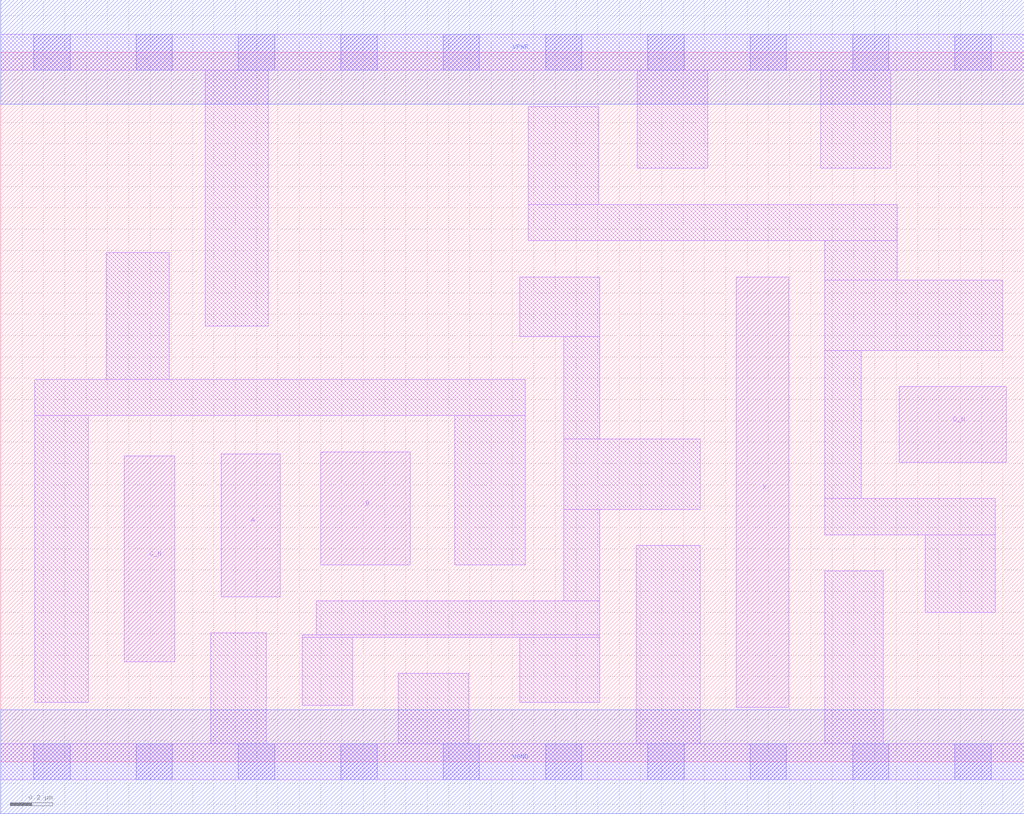
<source format=lef>
# Copyright 2020 The SkyWater PDK Authors
#
# Licensed under the Apache License, Version 2.0 (the "License");
# you may not use this file except in compliance with the License.
# You may obtain a copy of the License at
#
#     https://www.apache.org/licenses/LICENSE-2.0
#
# Unless required by applicable law or agreed to in writing, software
# distributed under the License is distributed on an "AS IS" BASIS,
# WITHOUT WARRANTIES OR CONDITIONS OF ANY KIND, either express or implied.
# See the License for the specific language governing permissions and
# limitations under the License.
#
# SPDX-License-Identifier: Apache-2.0

VERSION 5.7 ;
  NAMESCASESENSITIVE ON ;
  NOWIREEXTENSIONATPIN ON ;
  DIVIDERCHAR "/" ;
  BUSBITCHARS "[]" ;
UNITS
  DATABASE MICRONS 200 ;
END UNITS
MACRO sky130_fd_sc_lp__or4bb_2
  CLASS CORE ;
  SOURCE USER ;
  FOREIGN sky130_fd_sc_lp__or4bb_2 ;
  ORIGIN  0.000000  0.000000 ;
  SIZE  4.800000 BY  3.330000 ;
  SYMMETRY X Y R90 ;
  SITE unit ;
  PIN A
    ANTENNAGATEAREA  0.126000 ;
    DIRECTION INPUT ;
    USE SIGNAL ;
    PORT
      LAYER li1 ;
        RECT 1.035000 0.775000 1.310000 1.445000 ;
    END
  END A
  PIN B
    ANTENNAGATEAREA  0.126000 ;
    DIRECTION INPUT ;
    USE SIGNAL ;
    PORT
      LAYER li1 ;
        RECT 1.500000 0.925000 1.920000 1.455000 ;
    END
  END B
  PIN C_N
    ANTENNAGATEAREA  0.126000 ;
    DIRECTION INPUT ;
    USE SIGNAL ;
    PORT
      LAYER li1 ;
        RECT 0.580000 0.470000 0.815000 1.435000 ;
    END
  END C_N
  PIN D_N
    ANTENNAGATEAREA  0.126000 ;
    DIRECTION INPUT ;
    USE SIGNAL ;
    PORT
      LAYER li1 ;
        RECT 4.215000 1.405000 4.715000 1.760000 ;
    END
  END D_N
  PIN X
    ANTENNADIFFAREA  0.588000 ;
    DIRECTION OUTPUT ;
    USE SIGNAL ;
    PORT
      LAYER li1 ;
        RECT 3.450000 0.255000 3.695000 2.275000 ;
    END
  END X
  PIN VGND
    DIRECTION INOUT ;
    USE GROUND ;
    PORT
      LAYER met1 ;
        RECT 0.000000 -0.245000 4.800000 0.245000 ;
    END
  END VGND
  PIN VPWR
    DIRECTION INOUT ;
    USE POWER ;
    PORT
      LAYER met1 ;
        RECT 0.000000 3.085000 4.800000 3.575000 ;
    END
  END VPWR
  OBS
    LAYER li1 ;
      RECT 0.000000 -0.085000 4.800000 0.085000 ;
      RECT 0.000000  3.245000 4.800000 3.415000 ;
      RECT 0.160000  0.280000 0.410000 1.625000 ;
      RECT 0.160000  1.625000 2.460000 1.795000 ;
      RECT 0.495000  1.795000 0.790000 2.390000 ;
      RECT 0.960000  2.045000 1.255000 3.245000 ;
      RECT 0.985000  0.085000 1.245000 0.605000 ;
      RECT 1.415000  0.265000 1.650000 0.585000 ;
      RECT 1.415000  0.585000 2.810000 0.595000 ;
      RECT 1.480000  0.595000 2.810000 0.755000 ;
      RECT 1.865000  0.085000 2.195000 0.415000 ;
      RECT 2.130000  0.925000 2.460000 1.625000 ;
      RECT 2.435000  0.280000 2.810000 0.585000 ;
      RECT 2.435000  1.995000 2.810000 2.275000 ;
      RECT 2.475000  2.445000 4.205000 2.615000 ;
      RECT 2.475000  2.615000 2.805000 3.075000 ;
      RECT 2.640000  0.755000 2.810000 1.185000 ;
      RECT 2.640000  1.185000 3.280000 1.515000 ;
      RECT 2.640000  1.515000 2.810000 1.995000 ;
      RECT 2.980000  0.085000 3.280000 1.015000 ;
      RECT 2.985000  2.785000 3.315000 3.245000 ;
      RECT 3.845000  2.785000 4.175000 3.245000 ;
      RECT 3.865000  0.085000 4.140000 0.895000 ;
      RECT 3.865000  1.065000 4.665000 1.235000 ;
      RECT 3.865000  1.235000 4.035000 1.930000 ;
      RECT 3.865000  1.930000 4.700000 2.260000 ;
      RECT 3.865000  2.260000 4.205000 2.445000 ;
      RECT 4.335000  0.700000 4.665000 1.065000 ;
    LAYER mcon ;
      RECT 0.155000 -0.085000 0.325000 0.085000 ;
      RECT 0.155000  3.245000 0.325000 3.415000 ;
      RECT 0.635000 -0.085000 0.805000 0.085000 ;
      RECT 0.635000  3.245000 0.805000 3.415000 ;
      RECT 1.115000 -0.085000 1.285000 0.085000 ;
      RECT 1.115000  3.245000 1.285000 3.415000 ;
      RECT 1.595000 -0.085000 1.765000 0.085000 ;
      RECT 1.595000  3.245000 1.765000 3.415000 ;
      RECT 2.075000 -0.085000 2.245000 0.085000 ;
      RECT 2.075000  3.245000 2.245000 3.415000 ;
      RECT 2.555000 -0.085000 2.725000 0.085000 ;
      RECT 2.555000  3.245000 2.725000 3.415000 ;
      RECT 3.035000 -0.085000 3.205000 0.085000 ;
      RECT 3.035000  3.245000 3.205000 3.415000 ;
      RECT 3.515000 -0.085000 3.685000 0.085000 ;
      RECT 3.515000  3.245000 3.685000 3.415000 ;
      RECT 3.995000 -0.085000 4.165000 0.085000 ;
      RECT 3.995000  3.245000 4.165000 3.415000 ;
      RECT 4.475000 -0.085000 4.645000 0.085000 ;
      RECT 4.475000  3.245000 4.645000 3.415000 ;
  END
END sky130_fd_sc_lp__or4bb_2

</source>
